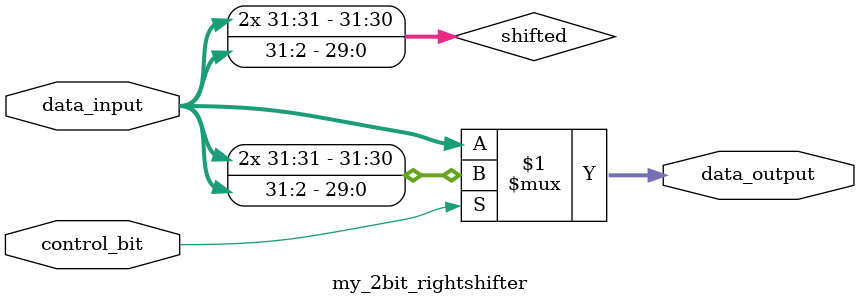
<source format=v>
module my_2bit_rightshifter(data_input, control_bit, data_output);

	input [31:0] data_input;
	input control_bit;
	
	wire [31:0] shifted;
	
	output [31:0] data_output;
	
	
	genvar k;
	generate
	for(k = 0; k < 30; k = k+1) begin: my2RightShiftLoop
		assign shifted[k] = data_input[k+2];
    end
	endgenerate
    
    genvar j;
	generate
	for(j = 30; j < 32; j = j+1) begin: my2RightShiftLoop2
		assign shifted[j] = data_input[31];
    end
	endgenerate
	
	assign data_output = control_bit ? shifted : data_input;
	
	
	
endmodule
</source>
